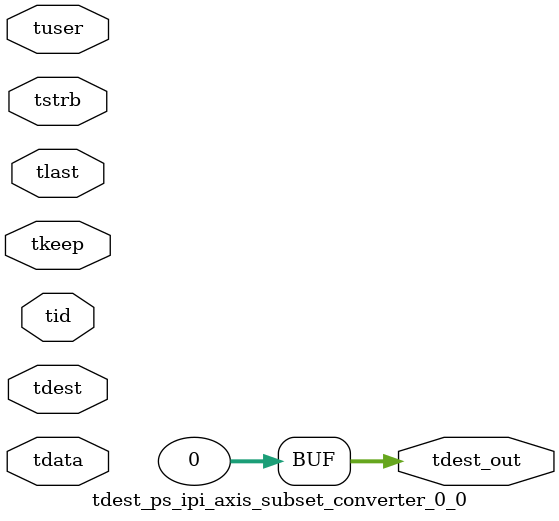
<source format=v>


`timescale 1ps/1ps

module tdest_ps_ipi_axis_subset_converter_0_0 #
(
parameter C_S_AXIS_TDATA_WIDTH = 32,
parameter C_S_AXIS_TUSER_WIDTH = 0,
parameter C_S_AXIS_TID_WIDTH   = 0,
parameter C_S_AXIS_TDEST_WIDTH = 0,
parameter C_M_AXIS_TDEST_WIDTH = 32
)
(
input  [(C_S_AXIS_TDATA_WIDTH == 0 ? 1 : C_S_AXIS_TDATA_WIDTH)-1:0     ] tdata,
input  [(C_S_AXIS_TUSER_WIDTH == 0 ? 1 : C_S_AXIS_TUSER_WIDTH)-1:0     ] tuser,
input  [(C_S_AXIS_TID_WIDTH   == 0 ? 1 : C_S_AXIS_TID_WIDTH)-1:0       ] tid,
input  [(C_S_AXIS_TDEST_WIDTH == 0 ? 1 : C_S_AXIS_TDEST_WIDTH)-1:0     ] tdest,
input  [(C_S_AXIS_TDATA_WIDTH/8)-1:0 ] tkeep,
input  [(C_S_AXIS_TDATA_WIDTH/8)-1:0 ] tstrb,
input                                                                    tlast,
output [C_M_AXIS_TDEST_WIDTH-1:0] tdest_out
);

assign tdest_out = {1'b0};

endmodule


</source>
